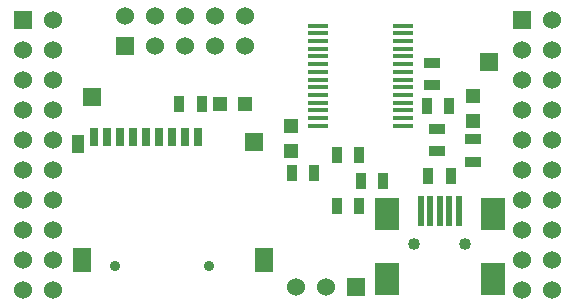
<source format=gts>
G04 (created by PCBNEW (2013-07-07 BZR 4022)-stable) date 27/12/2013 08:41:32*
%MOIN*%
G04 Gerber Fmt 3.4, Leading zero omitted, Abs format*
%FSLAX34Y34*%
G01*
G70*
G90*
G04 APERTURE LIST*
%ADD10C,0.00590551*%
%ADD11R,0.035X0.055*%
%ADD12R,0.055X0.035*%
%ADD13R,0.0472X0.0472*%
%ADD14R,0.065X0.016*%
%ADD15R,0.06X0.06*%
%ADD16C,0.06*%
%ADD17R,0.02X0.1*%
%ADD18R,0.0787402X0.11*%
%ADD19C,0.04*%
%ADD20R,0.03X0.06*%
%ADD21R,0.04X0.06*%
%ADD22R,0.06X0.08*%
%ADD23C,0.035*%
G04 APERTURE END LIST*
G54D10*
G54D11*
X81275Y-66350D03*
X82025Y-66350D03*
G54D12*
X83800Y-64625D03*
X83800Y-65375D03*
G54D11*
X83525Y-66200D03*
X84275Y-66200D03*
X80475Y-65500D03*
X81225Y-65500D03*
G54D12*
X83650Y-62425D03*
X83650Y-63175D03*
G54D11*
X84225Y-63850D03*
X83475Y-63850D03*
G54D13*
X85000Y-64363D03*
X85000Y-63537D03*
X78950Y-65363D03*
X78950Y-64537D03*
G54D11*
X81225Y-67200D03*
X80475Y-67200D03*
G54D12*
X85000Y-65725D03*
X85000Y-64975D03*
G54D11*
X78975Y-66100D03*
X79725Y-66100D03*
G54D14*
X79833Y-62722D03*
X79833Y-62978D03*
X79833Y-63234D03*
X79833Y-63490D03*
X82667Y-61954D03*
X79833Y-61954D03*
X79833Y-62210D03*
X79833Y-62466D03*
X82667Y-63746D03*
X82667Y-63490D03*
X82667Y-63234D03*
X82667Y-62978D03*
X82667Y-62722D03*
X82667Y-62466D03*
X79833Y-63746D03*
X82667Y-62210D03*
X82667Y-61698D03*
X82667Y-61443D03*
X82667Y-61187D03*
X79833Y-61187D03*
X79833Y-61443D03*
X79833Y-61698D03*
X79833Y-64002D03*
X79833Y-64257D03*
X79833Y-64513D03*
X82667Y-64513D03*
X82667Y-64257D03*
X82667Y-64002D03*
G54D13*
X76587Y-63800D03*
X77413Y-63800D03*
G54D11*
X75225Y-63800D03*
X75975Y-63800D03*
G54D15*
X81100Y-69900D03*
G54D16*
X80100Y-69900D03*
X79100Y-69900D03*
G54D15*
X70000Y-60984D03*
G54D16*
X71000Y-60984D03*
X70000Y-61984D03*
X71000Y-61984D03*
X70000Y-62984D03*
X71000Y-62984D03*
X70000Y-63984D03*
X71000Y-63984D03*
X70000Y-64984D03*
X71000Y-64984D03*
X70000Y-65984D03*
X71000Y-65984D03*
X70000Y-66984D03*
X71000Y-66984D03*
X70000Y-67984D03*
X71000Y-67984D03*
X70000Y-68984D03*
X71000Y-68984D03*
X70000Y-69984D03*
X71000Y-69984D03*
G54D15*
X86650Y-60984D03*
G54D16*
X87650Y-60984D03*
X86650Y-61984D03*
X87650Y-61984D03*
X86650Y-62984D03*
X87650Y-62984D03*
X86650Y-63984D03*
X87650Y-63984D03*
X86650Y-64984D03*
X87650Y-64984D03*
X86650Y-65984D03*
X87650Y-65984D03*
X86650Y-66984D03*
X87650Y-66984D03*
X86650Y-67984D03*
X87650Y-67984D03*
X86650Y-68984D03*
X87650Y-68984D03*
X86650Y-69984D03*
X87650Y-69984D03*
G54D17*
X83270Y-67350D03*
X83585Y-67350D03*
X83900Y-67350D03*
X84214Y-67350D03*
X84529Y-67350D03*
G54D18*
X82128Y-69631D03*
X85671Y-69631D03*
X82128Y-67465D03*
X85671Y-67465D03*
G54D19*
X83050Y-68450D03*
X84750Y-68450D03*
G54D15*
X85550Y-62400D03*
X73400Y-61850D03*
G54D16*
X73400Y-60850D03*
X74400Y-61850D03*
X74400Y-60850D03*
X75400Y-61850D03*
X75400Y-60850D03*
X76400Y-61850D03*
X76400Y-60850D03*
X77400Y-61850D03*
X77400Y-60850D03*
G54D15*
X72300Y-63550D03*
G54D20*
X75832Y-64900D03*
X75399Y-64900D03*
X74966Y-64900D03*
X74533Y-64900D03*
X74100Y-64900D03*
X73666Y-64900D03*
X73233Y-64900D03*
X72800Y-64900D03*
X72367Y-64900D03*
G54D21*
X71837Y-65136D03*
G54D22*
X71974Y-68983D03*
X78037Y-68983D03*
G54D15*
X77714Y-65054D03*
G54D23*
X73076Y-69191D03*
X76225Y-69191D03*
M02*

</source>
